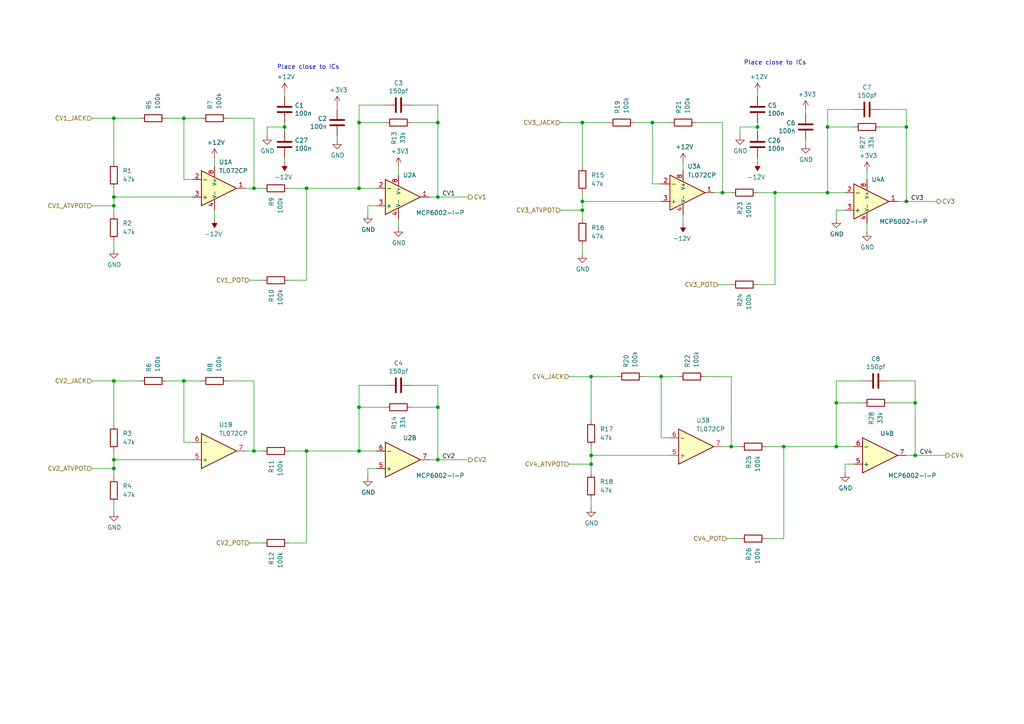
<source format=kicad_sch>
(kicad_sch (version 20231120) (generator "eeschema") (generator_version "8.0")
  (paper "A4")
  (title_block (title "Inputs") (date "2024-09-14") (rev "v0.1") (company "Sluisbrinkie"))
  (lib_symbols
    (symbol "Device:C" (pin_numbers hide) (pin_names (offset 0.254))
      (property "Reference" "C" (at 0.635 2.54 0))
      (property "Value" "C" (at 0.635 -2.54 0))
      (symbol "C_0_1"
        (polyline (pts (xy -2.032 -0.762) (xy 2.032 -0.762)) (stroke (width 0.508)))
        (polyline (pts (xy -2.032 0.762) (xy 2.032 0.762)) (stroke (width 0.508)))
      )
      (symbol "C_1_1"
        (pin passive line (at 0 3.81 270) (length 2.794) (name "~") (number "1"))
        (pin passive line (at 0 -3.81 90) (length 2.794) (name "~") (number "2"))
      )
    )
    (symbol "Device:R" (pin_numbers hide) (pin_names (offset 0))
      (property "Reference" "R" (at 2.032 0 90))
      (property "Value" "R" (at 0 0 90))
      (symbol "R_0_1"
        (rectangle (start -1.016 -2.54) (end 1.016 2.54) (stroke (width 0.254)))
      )
      (symbol "R_1_1"
        (pin passive line (at 0 3.81 270) (length 1.27) (name "~") (number "1"))
        (pin passive line (at 0 -3.81 90) (length 1.27) (name "~") (number "2"))
      )
    )
    (symbol "PCM_Amplifier_Operational_AKL:MCP6002-I-SN" (pin_names (offset 0.2))
      (property "Reference" "U" (at 1.27 6.35 0))
      (property "Value" "MCP6002-I-SN" (at 1.27 3.81 0))
      (symbol "MCP6002-I-SN_0_1"
        (polyline (pts (xy -3.81 5.08) (xy -3.81 -5.08) (xy 6.35 0) (xy -3.81 5.08)) (stroke (width 0.254)) (fill (type background)))
      )
      (symbol "MCP6002-I-SN_1_1"
        (pin output line (at 8.89 0 180) (length 2.54) (name "~") (number "1"))
        (pin input line (at -6.35 2.54 0) (length 2.54) (name "-") (number "2"))
        (pin input line (at -6.35 -2.54 0) (length 2.54) (name "+") (number "3"))
        (pin power_in line (at 0 -6.35 90) (length 3.18) (name "V-") (number "4"))
        (pin power_in line (at 0 6.35 270) (length 3.18) (name "V+") (number "8"))
      )
      (symbol "MCP6002-I-SN_2_1"
        (pin input line (at -6.35 -2.54 0) (length 2.54) (name "+") (number "5"))
        (pin input line (at -6.35 2.54 0) (length 2.54) (name "-") (number "6"))
        (pin output line (at 8.89 0 180) (length 2.54) (name "~") (number "7"))
      )
    )
    (symbol "PCM_Amplifier_Operational_AKL:TL072CD" (pin_names (offset 0.2))
      (property "Reference" "U" (at 1.27 7.62 0))
      (property "Value" "TL072CD" (at 1.27 5.08 0))
      (symbol "TL072CD_0_1"
        (polyline (pts (xy -3.81 5.08) (xy -3.81 -5.08) (xy 6.35 0) (xy -3.81 5.08)) (stroke (width 0.254)) (fill (type background)))
      )
      (symbol "TL072CD_1_1"
        (pin output line (at 8.89 0 180) (length 2.54) (name "~") (number "1"))
        (pin input line (at -6.35 2.54 0) (length 2.54) (name "-") (number "2"))
        (pin input line (at -6.35 -2.54 0) (length 2.54) (name "+") (number "3"))
        (pin power_in line (at 0 -6.35 90) (length 3.18) (name "V-") (number "4"))
        (pin power_in line (at 0 6.35 270) (length 3.18) (name "V+") (number "8"))
      )
      (symbol "TL072CD_2_1"
        (pin input line (at -6.35 -2.54 0) (length 2.54) (name "+") (number "5"))
        (pin input line (at -6.35 2.54 0) (length 2.54) (name "-") (number "6"))
        (pin output line (at 8.89 0 180) (length 2.54) (name "~") (number "7"))
      )
    )
    (symbol "power:+12V" (power) (pin_numbers hide) (pin_names (offset 0) hide)
      (property "Value" "+12V" (at 0 3.556 0))
      (symbol "+12V_0_1"
        (polyline (pts (xy -0.762 1.27) (xy 0 2.54)))
        (polyline (pts (xy 0 0) (xy 0 2.54)))
        (polyline (pts (xy 0 2.54) (xy 0.762 1.27)))
      )
      (symbol "+12V_1_1"
        (pin power_in line (at 0 0 90) (length 0) (name "~") (number "1"))
      )
    )
    (symbol "power:+3V3" (power) (pin_numbers hide) (pin_names (offset 0) hide)
      (property "Value" "+3V3" (at 0 3.556 0))
      (symbol "+3V3_0_1"
        (polyline (pts (xy -0.762 1.27) (xy 0 2.54)))
        (polyline (pts (xy 0 0) (xy 0 2.54)))
        (polyline (pts (xy 0 2.54) (xy 0.762 1.27)))
      )
      (symbol "+3V3_1_1"
        (pin power_in line (at 0 0 90) (length 0) (name "~") (number "1"))
      )
    )
    (symbol "power:-12V" (power) (pin_numbers hide) (pin_names (offset 0) hide)
      (property "Value" "-12V" (at 0 3.556 0))
      (symbol "-12V_0_0"
        (pin power_in line (at 0 0 90) (length 0) (name "~") (number "1"))
      )
      (symbol "-12V_0_1"
        (polyline (pts (xy 0 0) (xy 0 1.27) (xy 0.762 1.27) (xy 0 2.54) (xy -0.762 1.27) (xy 0 1.27)) (fill (type outline)))
      )
    )
    (symbol "power:GND" (power) (pin_numbers hide) (pin_names (offset 0) hide)
      (property "Value" "GND" (at 0 -3.81 0))
      (symbol "GND_0_1"
        (polyline (pts (xy 0 0) (xy 0 -1.27) (xy 1.27 -1.27) (xy 0 -2.54) (xy -1.27 -1.27) (xy 0 -1.27)))
      )
      (symbol "GND_1_1"
        (pin power_in line (at 0 0 270) (length 0) (name "~") (number "1"))
      )
    )
  )
  (junction (at 265.43 132.08))
  (junction (at 127 35.56))
  (junction (at 88.9 54.61))
  (junction (at 33.02 110.49))
  (junction (at 168.91 60.96))
  (junction (at 191.77 109.22))
  (junction (at 73.66 54.61))
  (junction (at 127 57.15))
  (junction (at 242.57 116.84))
  (junction (at 53.34 110.49))
  (junction (at 171.45 134.62))
  (junction (at 168.91 35.56))
  (junction (at 189.23 35.56))
  (junction (at 33.02 59.69))
  (junction (at 240.03 36.83))
  (junction (at 33.02 34.29))
  (junction (at 104.14 35.56))
  (junction (at 171.45 132.08))
  (junction (at 127 118.11))
  (junction (at 127 133.35))
  (junction (at 209.55 55.88))
  (junction (at 242.57 129.54))
  (junction (at 224.79 55.88))
  (junction (at 219.71 36.83))
  (junction (at 262.89 58.42))
  (junction (at 262.89 36.83))
  (junction (at 212.09 129.54))
  (junction (at 171.45 109.22))
  (junction (at 88.9 130.81))
  (junction (at 265.43 116.84))
  (junction (at 33.02 57.15))
  (junction (at 104.14 118.11))
  (junction (at 33.02 133.35))
  (junction (at 73.66 130.81))
  (junction (at 53.34 34.29))
  (junction (at 240.03 55.88))
  (junction (at 82.55 36.83))
  (junction (at 104.14 54.61))
  (junction (at 227.33 129.54))
  (junction (at 33.02 135.89))
  (junction (at 104.14 130.81))
  (junction (at 168.91 58.42))
  (wire (pts (xy 251.46 64.77) (xy 251.46 67.31)))
  (wire (pts (xy 104.14 35.56) (xy 104.14 54.61)))
  (wire (pts (xy 119.38 111.76) (xy 127 111.76)))
  (wire (pts (xy 104.14 54.61) (xy 109.22 54.61)))
  (wire (pts (xy 260.35 58.42) (xy 262.89 58.42)))
  (wire (pts (xy 209.55 129.54) (xy 212.09 129.54)))
  (wire (pts (xy 250.19 110.49) (xy 242.57 110.49)))
  (wire (pts (xy 53.34 34.29) (xy 58.42 34.29)))
  (wire (pts (xy 53.34 52.07) (xy 53.34 34.29)))
  (wire (pts (xy 104.14 30.48) (xy 104.14 35.56)))
  (wire (pts (xy 66.04 34.29) (xy 73.66 34.29)))
  (wire (pts (xy 251.46 49.53) (xy 251.46 52.07)))
  (wire (pts (xy 257.81 110.49) (xy 265.43 110.49)))
  (wire (pts (xy 245.11 134.62) (xy 247.65 134.62)))
  (wire (pts (xy 71.12 130.81) (xy 73.66 130.81)))
  (wire (pts (xy 242.57 60.96) (xy 245.11 60.96)))
  (wire (pts (xy 82.55 45.72) (xy 82.55 46.99)))
  (wire (pts (xy 233.68 33.02) (xy 233.68 31.75)))
  (wire (pts (xy 233.68 40.64) (xy 233.68 41.91)))
  (wire (pts (xy 171.45 132.08) (xy 194.31 132.08)))
  (wire (pts (xy 77.47 36.83) (xy 77.47 39.37)))
  (wire (pts (xy 165.1 134.62) (xy 171.45 134.62)))
  (wire (pts (xy 265.43 116.84) (xy 265.43 132.08)))
  (wire (pts (xy 204.47 109.22) (xy 212.09 109.22)))
  (wire (pts (xy 83.82 81.28) (xy 88.9 81.28)))
  (wire (pts (xy 201.93 35.56) (xy 209.55 35.56)))
  (wire (pts (xy 115.57 48.26) (xy 115.57 50.8)))
  (wire (pts (xy 171.45 144.78) (xy 171.45 147.32)))
  (wire (pts (xy 88.9 130.81) (xy 104.14 130.81)))
  (wire (pts (xy 127 57.15) (xy 135.89 57.15)))
  (wire (pts (xy 55.88 128.27) (xy 53.34 128.27)))
  (wire (pts (xy 219.71 36.83) (xy 219.71 38.1)))
  (wire (pts (xy 33.02 46.99) (xy 33.02 34.29)))
  (wire (pts (xy 242.57 110.49) (xy 242.57 116.84)))
  (wire (pts (xy 262.89 36.83) (xy 262.89 58.42)))
  (wire (pts (xy 186.69 109.22) (xy 191.77 109.22)))
  (wire (pts (xy 33.02 34.29) (xy 40.64 34.29)))
  (wire (pts (xy 127 35.56) (xy 127 30.48)))
  (wire (pts (xy 198.12 46.99) (xy 198.12 49.53)))
  (wire (pts (xy 106.68 138.43) (xy 106.68 135.89)))
  (wire (pts (xy 219.71 26.67) (xy 219.71 27.94)))
  (wire (pts (xy 62.23 60.96) (xy 62.23 63.5)))
  (wire (pts (xy 224.79 55.88) (xy 240.03 55.88)))
  (wire (pts (xy 71.12 54.61) (xy 73.66 54.61)))
  (wire (pts (xy 227.33 129.54) (xy 242.57 129.54)))
  (wire (pts (xy 165.1 109.22) (xy 171.45 109.22)))
  (wire (pts (xy 88.9 81.28) (xy 88.9 54.61)))
  (wire (pts (xy 168.91 48.26) (xy 168.91 35.56)))
  (wire (pts (xy 106.68 62.23) (xy 106.68 59.69)))
  (wire (pts (xy 77.47 36.83) (xy 82.55 36.83)))
  (wire (pts (xy 33.02 54.61) (xy 33.02 57.15)))
  (wire (pts (xy 171.45 109.22) (xy 179.07 109.22)))
  (wire (pts (xy 224.79 82.55) (xy 224.79 55.88)))
  (wire (pts (xy 33.02 59.69) (xy 33.02 62.23)))
  (wire (pts (xy 191.77 127) (xy 191.77 109.22)))
  (wire (pts (xy 214.63 36.83) (xy 219.71 36.83)))
  (wire (pts (xy 219.71 82.55) (xy 224.79 82.55)))
  (wire (pts (xy 26.67 59.69) (xy 33.02 59.69)))
  (wire (pts (xy 242.57 63.5) (xy 242.57 60.96)))
  (wire (pts (xy 82.55 26.67) (xy 82.55 27.94)))
  (wire (pts (xy 33.02 69.85) (xy 33.02 72.39)))
  (wire (pts (xy 124.46 133.35) (xy 127 133.35)))
  (wire (pts (xy 62.23 45.72) (xy 62.23 48.26)))
  (wire (pts (xy 207.01 55.88) (xy 209.55 55.88)))
  (wire (pts (xy 55.88 52.07) (xy 53.34 52.07)))
  (wire (pts (xy 88.9 54.61) (xy 104.14 54.61)))
  (wire (pts (xy 111.76 30.48) (xy 104.14 30.48)))
  (wire (pts (xy 26.67 110.49) (xy 33.02 110.49)))
  (wire (pts (xy 97.79 31.75) (xy 97.79 30.48)))
  (wire (pts (xy 104.14 118.11) (xy 104.14 130.81)))
  (wire (pts (xy 247.65 31.75) (xy 240.03 31.75)))
  (wire (pts (xy 106.68 59.69) (xy 109.22 59.69)))
  (wire (pts (xy 115.57 63.5) (xy 115.57 66.04)))
  (wire (pts (xy 168.91 71.12) (xy 168.91 73.66)))
  (wire (pts (xy 255.27 31.75) (xy 262.89 31.75)))
  (wire (pts (xy 72.39 81.28) (xy 76.2 81.28)))
  (wire (pts (xy 168.91 55.88) (xy 168.91 58.42)))
  (wire (pts (xy 240.03 36.83) (xy 240.03 55.88)))
  (wire (pts (xy 194.31 127) (xy 191.77 127)))
  (wire (pts (xy 209.55 55.88) (xy 209.55 35.56)))
  (wire (pts (xy 210.82 156.21) (xy 214.63 156.21)))
  (wire (pts (xy 222.25 129.54) (xy 227.33 129.54)))
  (wire (pts (xy 191.77 53.34) (xy 189.23 53.34)))
  (wire (pts (xy 33.02 130.81) (xy 33.02 133.35)))
  (wire (pts (xy 26.67 34.29) (xy 33.02 34.29)))
  (wire (pts (xy 73.66 130.81) (xy 76.2 130.81)))
  (wire (pts (xy 104.14 111.76) (xy 104.14 118.11)))
  (wire (pts (xy 171.45 134.62) (xy 171.45 137.16)))
  (wire (pts (xy 48.26 110.49) (xy 53.34 110.49)))
  (wire (pts (xy 127 35.56) (xy 127 57.15)))
  (wire (pts (xy 33.02 133.35) (xy 55.88 133.35)))
  (wire (pts (xy 53.34 110.49) (xy 58.42 110.49)))
  (wire (pts (xy 104.14 130.81) (xy 109.22 130.81)))
  (wire (pts (xy 240.03 55.88) (xy 245.11 55.88)))
  (wire (pts (xy 262.89 36.83) (xy 255.27 36.83)))
  (wire (pts (xy 33.02 57.15) (xy 33.02 59.69)))
  (wire (pts (xy 82.55 35.56) (xy 82.55 36.83)))
  (wire (pts (xy 168.91 58.42) (xy 191.77 58.42)))
  (wire (pts (xy 171.45 129.54) (xy 171.45 132.08)))
  (wire (pts (xy 191.77 109.22) (xy 196.85 109.22)))
  (wire (pts (xy 171.45 121.92) (xy 171.45 109.22)))
  (wire (pts (xy 184.15 35.56) (xy 189.23 35.56)))
  (wire (pts (xy 83.82 157.48) (xy 88.9 157.48)))
  (wire (pts (xy 66.04 110.49) (xy 73.66 110.49)))
  (wire (pts (xy 127 35.56) (xy 119.38 35.56)))
  (wire (pts (xy 198.12 62.23) (xy 198.12 64.77)))
  (wire (pts (xy 33.02 110.49) (xy 40.64 110.49)))
  (wire (pts (xy 83.82 54.61) (xy 88.9 54.61)))
  (wire (pts (xy 245.11 137.16) (xy 245.11 134.62)))
  (wire (pts (xy 208.28 82.55) (xy 212.09 82.55)))
  (wire (pts (xy 242.57 116.84) (xy 242.57 129.54)))
  (wire (pts (xy 73.66 130.81) (xy 73.66 110.49)))
  (wire (pts (xy 53.34 128.27) (xy 53.34 110.49)))
  (wire (pts (xy 162.56 35.56) (xy 168.91 35.56)))
  (wire (pts (xy 219.71 55.88) (xy 224.79 55.88)))
  (wire (pts (xy 262.89 36.83) (xy 262.89 31.75)))
  (wire (pts (xy 262.89 132.08) (xy 265.43 132.08)))
  (wire (pts (xy 227.33 156.21) (xy 227.33 129.54)))
  (wire (pts (xy 48.26 34.29) (xy 53.34 34.29)))
  (wire (pts (xy 83.82 130.81) (xy 88.9 130.81)))
  (wire (pts (xy 168.91 60.96) (xy 168.91 63.5)))
  (wire (pts (xy 88.9 157.48) (xy 88.9 130.81)))
  (wire (pts (xy 127 133.35) (xy 135.89 133.35)))
  (wire (pts (xy 73.66 54.61) (xy 76.2 54.61)))
  (wire (pts (xy 171.45 132.08) (xy 171.45 134.62)))
  (wire (pts (xy 127 118.11) (xy 127 111.76)))
  (wire (pts (xy 168.91 58.42) (xy 168.91 60.96)))
  (wire (pts (xy 73.66 54.61) (xy 73.66 34.29)))
  (wire (pts (xy 265.43 132.08) (xy 274.32 132.08)))
  (wire (pts (xy 111.76 118.11) (xy 104.14 118.11)))
  (wire (pts (xy 127 118.11) (xy 119.38 118.11)))
  (wire (pts (xy 82.55 36.83) (xy 82.55 38.1)))
  (wire (pts (xy 33.02 133.35) (xy 33.02 135.89)))
  (wire (pts (xy 124.46 57.15) (xy 127 57.15)))
  (wire (pts (xy 262.89 58.42) (xy 271.78 58.42)))
  (wire (pts (xy 212.09 129.54) (xy 212.09 109.22)))
  (wire (pts (xy 265.43 116.84) (xy 265.43 110.49)))
  (wire (pts (xy 247.65 36.83) (xy 240.03 36.83)))
  (wire (pts (xy 33.02 57.15) (xy 55.88 57.15)))
  (wire (pts (xy 212.09 129.54) (xy 214.63 129.54)))
  (wire (pts (xy 240.03 31.75) (xy 240.03 36.83)))
  (wire (pts (xy 106.68 135.89) (xy 109.22 135.89)))
  (wire (pts (xy 33.02 146.05) (xy 33.02 148.59)))
  (wire (pts (xy 33.02 135.89) (xy 33.02 138.43)))
  (wire (pts (xy 162.56 60.96) (xy 168.91 60.96)))
  (wire (pts (xy 219.71 45.72) (xy 219.71 46.99)))
  (wire (pts (xy 33.02 123.19) (xy 33.02 110.49)))
  (wire (pts (xy 219.71 35.56) (xy 219.71 36.83)))
  (wire (pts (xy 72.39 157.48) (xy 76.2 157.48)))
  (wire (pts (xy 26.67 135.89) (xy 33.02 135.89)))
  (wire (pts (xy 168.91 35.56) (xy 176.53 35.56)))
  (wire (pts (xy 265.43 116.84) (xy 257.81 116.84)))
  (wire (pts (xy 209.55 55.88) (xy 212.09 55.88)))
  (wire (pts (xy 189.23 35.56) (xy 194.31 35.56)))
  (wire (pts (xy 111.76 111.76) (xy 104.14 111.76)))
  (wire (pts (xy 97.79 39.37) (xy 97.79 40.64)))
  (wire (pts (xy 214.63 39.37) (xy 214.63 36.83)))
  (wire (pts (xy 127 118.11) (xy 127 133.35)))
  (wire (pts (xy 250.19 116.84) (xy 242.57 116.84)))
  (wire (pts (xy 242.57 129.54) (xy 247.65 129.54)))
  (wire (pts (xy 119.38 30.48) (xy 127 30.48)))
  (wire (pts (xy 189.23 53.34) (xy 189.23 35.56)))
  (wire (pts (xy 111.76 35.56) (xy 104.14 35.56)))
  (wire (pts (xy 222.25 156.21) (xy 227.33 156.21)))
  (text "Place close to ICs\n" (at 89.408 19.558 0) (effects (font (size 1.27 1.27))))
  (text "Place close to ICs\n" (at 224.79 18.288 0) (effects (font (size 1.27 1.27))))
  (label "CV3" (at 264.16 58.42 0))
  (label "CV4" (at 266.7 132.08 0))
  (label "CV1" (at 128.27 57.15 0))
  (label "CV2" (at 128.27 133.35 0))
  (hierarchical_label "CV1_POT" (shape input) (at 72.39 81.28 180))
  (hierarchical_label "CV2_JACK" (shape input) (at 26.67 110.49 180))
  (hierarchical_label "CV3_ATVPOT" (shape input) (at 162.56 60.96 180))
  (hierarchical_label "CV4" (shape output) (at 274.32 132.08 0))
  (hierarchical_label "CV1_ATVPOT" (shape input) (at 26.67 59.69 180))
  (hierarchical_label "CV4_ATVPOT" (shape input) (at 165.1 134.62 180))
  (hierarchical_label "CV2_POT" (shape input) (at 72.39 157.48 180))
  (hierarchical_label "CV3" (shape output) (at 271.78 58.42 0))
  (hierarchical_label "CV3_POT" (shape input) (at 208.28 82.55 180))
  (hierarchical_label "CV3_JACK" (shape input) (at 162.56 35.56 180))
  (hierarchical_label "CV1" (shape output) (at 135.89 57.15 0))
  (hierarchical_label "CV2_ATVPOT" (shape input) (at 26.67 135.89 180))
  (hierarchical_label "CV1_JACK" (shape input) (at 26.67 34.29 180))
  (hierarchical_label "CV4_JACK" (shape input) (at 165.1 109.22 180))
  (hierarchical_label "CV2" (shape output) (at 135.89 133.35 0))
  (hierarchical_label "CV4_POT" (shape input) (at 210.82 156.21 180))
  (symbol (lib_id "power:+3V3") (at 251.46 49.53 0) (unit 1)
    (property "Reference" "#PWR047" (effects (hide yes)))
    (property "Value" "+3V3" (at 251.841 45.1358 0))
  )
  (symbol (lib_id "power:GND") (at 33.02 148.59 0) (unit 1)
    (property "Reference" "#PWR026" (effects (hide yes)))
    (property "Value" "GND" (at 33.147 152.9842 0))
  )
  (symbol (lib_id "power:+12V") (at 62.23 45.72 0) (unit 1)
    (property "Reference" "#PWR027" (effects (hide yes)))
    (property "Value" "+12V" (at 62.611 41.3258 0))
  )
  (symbol (lib_id "power:+3V3") (at 233.68 31.75 0) (unit 1)
    (property "Reference" "#PWR043" (effects (hide yes)))
    (property "Value" "+3V3" (at 234.061 27.3558 0))
  )
  (symbol (lib_id "PCM_Amplifier_Operational_AKL:TL072CD") (at 200.66 129.54 0) (unit 2)
    (property "Reference" "U3" (at 201.93 121.92 0) (effects (justify left)))
    (property "Value" "TL072CP" (at 201.93 124.46 0) (effects (justify left)))
    (property "Footprint" "Package_DIP:DIP-8_W7.62mm_Socket_LongPads" (effects (hide yes)))
    (property "Datasheet" "https://www.ti.com/lit/ds/symlink/tl072h.pdf?ts=1635057479364" (effects (hide yes)))
    (property "Description" "SO-8 Dual JFET Low Noise Operational Amplifier, 10mV Offset, 8nV/√Hz Noise, 1MHz GBW, Alternate KiCAD Library" (effects (hide yes)))
  )
  (symbol (lib_id "PCM_Amplifier_Operational_AKL:TL072CD") (at 62.23 130.81 0) (unit 2)
    (property "Reference" "U1" (at 63.5 123.19 0) (effects (justify left)))
    (property "Value" "TL072CP" (at 63.5 125.73 0) (effects (justify left)))
    (property "Footprint" "Package_DIP:DIP-8_W7.62mm_Socket_LongPads" (effects (hide yes)))
    (property "Datasheet" "https://www.ti.com/lit/ds/symlink/tl072h.pdf?ts=1635057479364" (effects (hide yes)))
    (property "Description" "SO-8 Dual JFET Low Noise Operational Amplifier, 10mV Offset, 8nV/√Hz Noise, 1MHz GBW, Alternate KiCAD Library" (effects (hide yes)))
  )
  (symbol (lib_id "Device:R") (at 198.12 35.56 90) (unit 1)
    (property "Reference" "R21" (at 196.8499 33.02 0) (effects (justify left)))
    (property "Value" "100k" (at 199.3899 33.02 0) (effects (justify left)))
    (property "Footprint" "Resistor_THT:R_Axial_DIN0207_L6.3mm_D2.5mm_P7.62mm_Horizontal" (effects (hide yes)))
    (property "Description" "Resistor" (effects (hide yes)))
  )
  (symbol (lib_id "power:+12V") (at 198.12 46.99 0) (unit 1)
    (property "Reference" "#PWR039" (effects (hide yes)))
    (property "Value" "+12V" (at 198.501 42.5958 0))
  )
  (symbol (lib_id "power:GND") (at 171.45 147.32 0) (unit 1)
    (property "Reference" "#PWR038" (effects (hide yes)))
    (property "Value" "GND" (at 171.577 151.7142 0))
  )
  (symbol (lib_id "Device:R") (at 182.88 109.22 90) (unit 1)
    (property "Reference" "R20" (at 181.6099 106.68 0) (effects (justify left)))
    (property "Value" "100k" (at 184.1499 106.68 0) (effects (justify left)))
    (property "Footprint" "Resistor_THT:R_Axial_DIN0207_L6.3mm_D2.5mm_P7.62mm_Horizontal" (effects (hide yes)))
    (property "Description" "Resistor" (effects (hide yes)))
  )
  (symbol (lib_id "PCM_Amplifier_Operational_AKL:TL072CD") (at 198.12 55.88 0) (unit 1)
    (property "Reference" "U3" (at 199.39 48.26 0) (effects (justify left)))
    (property "Value" "TL072CP" (at 199.39 50.8 0) (effects (justify left)))
    (property "Footprint" "Package_DIP:DIP-8_W7.62mm_Socket_LongPads" (effects (hide yes)))
    (property "Datasheet" "https://www.ti.com/lit/ds/symlink/tl072h.pdf?ts=1635057479364" (effects (hide yes)))
    (property "Description" "SO-8 Dual JFET Low Noise Operational Amplifier, 10mV Offset, 8nV/√Hz Noise, 1MHz GBW, Alternate KiCAD Library" (effects (hide yes)))
  )
  (symbol (lib_id "Device:R") (at 33.02 66.04 0) (unit 1)
    (property "Reference" "R2" (at 35.56 64.7699 0) (effects (justify left)))
    (property "Value" "47k" (at 35.56 67.3099 0) (effects (justify left)))
    (property "Footprint" "Resistor_THT:R_Axial_DIN0207_L6.3mm_D2.5mm_P7.62mm_Horizontal" (effects (hide yes)))
    (property "Description" "Resistor" (effects (hide yes)))
  )
  (symbol (lib_id "Device:R") (at 62.23 34.29 90) (unit 1)
    (property "Reference" "R7" (at 60.9599 31.75 0) (effects (justify left)))
    (property "Value" "100k" (at 63.4999 31.75 0) (effects (justify left)))
    (property "Footprint" "Resistor_THT:R_Axial_DIN0207_L6.3mm_D2.5mm_P7.62mm_Horizontal" (effects (hide yes)))
    (property "Description" "Resistor" (effects (hide yes)))
  )
  (symbol (lib_id "power:GND") (at 251.46 67.31 0) (unit 1)
    (property "Reference" "#PWR048" (effects (hide yes)))
    (property "Value" "GND" (at 251.587 71.7042 0))
  )
  (symbol (lib_id "power:+3V3") (at 97.79 30.48 0) (unit 1)
    (property "Reference" "#PWR031" (effects (hide yes)))
    (property "Value" "+3V3" (at 98.171 26.0858 0))
  )
  (symbol (lib_id "power:GND") (at 106.68 138.43 0) (unit 1)
    (property "Reference" "#PWR034" (effects (hide yes)))
    (property "Value" "GND" (at 106.807 142.8242 0))
  )
  (symbol (lib_id "power:-12V") (at 62.23 63.5 180) (unit 1)
    (property "Reference" "#PWR028" (effects (hide yes)))
    (property "Value" "-12V" (at 61.849 67.8942 0))
  )
  (symbol (lib_id "Device:C") (at 254 110.49 90) (unit 1)
    (property "Reference" "C8" (at 254 104.0892 90))
    (property "Value" "150pf" (at 254 106.4006 90))
    (property "Footprint" "Capacitor_THT:C_Disc_D3.4mm_W2.1mm_P2.50mm" (effects (hide yes)))
  )
  (symbol (lib_id "Device:R") (at 115.57 35.56 90) (mirror x) (unit 1)
    (property "Reference" "R13" (at 114.2999 38.1 0) (effects (justify left)))
    (property "Value" "33k" (at 116.8399 38.1 0) (effects (justify left)))
    (property "Footprint" "Resistor_THT:R_Axial_DIN0207_L6.3mm_D2.5mm_P7.62mm_Horizontal" (effects (hide yes)))
    (property "Description" "Resistor" (effects (hide yes)))
  )
  (symbol (lib_id "Device:R") (at 62.23 110.49 90) (unit 1)
    (property "Reference" "R8" (at 60.9599 107.95 0) (effects (justify left)))
    (property "Value" "100k" (at 63.4999 107.95 0) (effects (justify left)))
    (property "Footprint" "Resistor_THT:R_Axial_DIN0207_L6.3mm_D2.5mm_P7.62mm_Horizontal" (effects (hide yes)))
    (property "Description" "Resistor" (effects (hide yes)))
  )
  (symbol (lib_id "power:GND") (at 97.79 40.64 0) (unit 1)
    (property "Reference" "#PWR032" (effects (hide yes)))
    (property "Value" "GND" (at 97.917 45.0342 0))
  )
  (symbol (lib_id "PCM_Amplifier_Operational_AKL:MCP6002-I-SN") (at 115.57 57.15 0) (unit 1)
    (property "Reference" "U2" (at 116.84 50.8 0) (effects (justify left)))
    (property "Value" "MCP6002-I-P" (at 120.65 61.722 0) (effects (justify left)))
    (property "Footprint" "Package_DIP:DIP-8_W7.62mm_Socket_LongPads" (effects (hide yes)))
    (property "Datasheet" "https://www.tme.eu/Document/c98656c49a036767b89c9bb93e3dda4a/mcp6001_2_4.pdf" (effects (hide yes)))
    (property "Description" "SO-8 Dual CMOS RRIO Operational Amplifier, 4.5mV Offset, 2μV/°C Drift, 1MHz GBW, Alternate KiCAD Library" (effects (hide yes)))
  )
  (symbol (lib_id "power:+12V") (at 219.71 26.67 0) (unit 1)
    (property "Reference" "#PWR041" (effects (hide yes)))
    (property "Value" "+12V" (at 220.091 22.2758 0))
  )
  (symbol (lib_id "Device:R") (at 200.66 109.22 90) (unit 1)
    (property "Reference" "R22" (at 199.3899 106.68 0) (effects (justify left)))
    (property "Value" "100k" (at 201.9299 106.68 0) (effects (justify left)))
    (property "Footprint" "Resistor_THT:R_Axial_DIN0207_L6.3mm_D2.5mm_P7.62mm_Horizontal" (effects (hide yes)))
    (property "Description" "Resistor" (effects (hide yes)))
  )
  (symbol (lib_id "Device:R") (at 80.01 130.81 90) (mirror x) (unit 1)
    (property "Reference" "R11" (at 78.7399 133.35 0) (effects (justify left)))
    (property "Value" "100k" (at 81.2799 133.35 0) (effects (justify left)))
    (property "Footprint" "Resistor_THT:R_Axial_DIN0207_L6.3mm_D2.5mm_P7.62mm_Horizontal" (effects (hide yes)))
    (property "Description" "Resistor" (effects (hide yes)))
  )
  (symbol (lib_id "Device:R") (at 80.01 157.48 90) (mirror x) (unit 1)
    (property "Reference" "R12" (at 78.7399 160.02 0) (effects (justify left)))
    (property "Value" "100k" (at 81.2799 160.02 0) (effects (justify left)))
    (property "Footprint" "Resistor_THT:R_Axial_DIN0207_L6.3mm_D2.5mm_P7.62mm_Horizontal" (effects (hide yes)))
    (property "Description" "Resistor" (effects (hide yes)))
  )
  (symbol (lib_id "power:GND") (at 77.47 39.37 0) (unit 1)
    (property "Reference" "#PWR029" (effects (hide yes)))
    (property "Value" "GND" (at 77.597 43.7642 0))
  )
  (symbol (lib_id "Device:R") (at 33.02 127 0) (unit 1)
    (property "Reference" "R3" (at 35.56 125.7299 0) (effects (justify left)))
    (property "Value" "47k" (at 35.56 128.2699 0) (effects (justify left)))
    (property "Footprint" "Resistor_THT:R_Axial_DIN0207_L6.3mm_D2.5mm_P7.62mm_Horizontal" (effects (hide yes)))
    (property "Description" "Resistor" (effects (hide yes)))
  )
  (symbol (lib_id "power:GND") (at 214.63 39.37 0) (unit 1)
    (property "Reference" "#PWR021" (effects (hide yes)))
    (property "Value" "GND" (at 214.757 43.7642 0))
  )
  (symbol (lib_id "Device:R") (at 254 116.84 90) (mirror x) (unit 1)
    (property "Reference" "R28" (at 252.7299 119.38 0) (effects (justify left)))
    (property "Value" "33k" (at 255.2699 119.38 0) (effects (justify left)))
    (property "Footprint" "Resistor_THT:R_Axial_DIN0207_L6.3mm_D2.5mm_P7.62mm_Horizontal" (effects (hide yes)))
    (property "Description" "Resistor" (effects (hide yes)))
  )
  (symbol (lib_id "Device:R") (at 115.57 118.11 90) (mirror x) (unit 1)
    (property "Reference" "R14" (at 114.2999 120.65 0) (effects (justify left)))
    (property "Value" "33k" (at 116.8399 120.65 0) (effects (justify left)))
    (property "Footprint" "Resistor_THT:R_Axial_DIN0207_L6.3mm_D2.5mm_P7.62mm_Horizontal" (effects (hide yes)))
    (property "Description" "Resistor" (effects (hide yes)))
  )
  (symbol (lib_id "power:GND") (at 33.02 72.39 0) (unit 1)
    (property "Reference" "#PWR025" (effects (hide yes)))
    (property "Value" "GND" (at 33.147 76.7842 0))
  )
  (symbol (lib_id "power:-12V") (at 219.71 46.99 180) (unit 1)
    (property "Reference" "#PWR042" (effects (hide yes)))
    (property "Value" "-12V" (at 219.329 51.3842 0))
  )
  (symbol (lib_id "power:GND") (at 115.57 66.04 0) (unit 1)
    (property "Reference" "#PWR036" (effects (hide yes)))
    (property "Value" "GND" (at 115.697 70.4342 0))
  )
  (symbol (lib_id "Device:C") (at 219.71 41.91 0) (unit 1)
    (property "Reference" "C26" (at 222.631 40.7416 0) (effects (justify left)))
    (property "Value" "100n" (at 222.631 43.053 0) (effects (justify left)))
    (property "Footprint" "Capacitor_THT:C_Rect_L10.0mm_W4.0mm_P7.50mm_MKS4" (effects (hide yes)))
  )
  (symbol (lib_id "Device:R") (at 218.44 129.54 90) (mirror x) (unit 1)
    (property "Reference" "R25" (at 217.1699 132.08 0) (effects (justify left)))
    (property "Value" "100k" (at 219.7099 132.08 0) (effects (justify left)))
    (property "Footprint" "Resistor_THT:R_Axial_DIN0207_L6.3mm_D2.5mm_P7.62mm_Horizontal" (effects (hide yes)))
    (property "Description" "Resistor" (effects (hide yes)))
  )
  (symbol (lib_id "power:-12V") (at 198.12 64.77 180) (unit 1)
    (property "Reference" "#PWR040" (effects (hide yes)))
    (property "Value" "-12V" (at 197.739 69.1642 0))
  )
  (symbol (lib_id "Device:R") (at 80.01 54.61 90) (mirror x) (unit 1)
    (property "Reference" "R9" (at 78.7399 57.15 0) (effects (justify left)))
    (property "Value" "100k" (at 81.2799 57.15 0) (effects (justify left)))
    (property "Footprint" "Resistor_THT:R_Axial_DIN0207_L6.3mm_D2.5mm_P7.62mm_Horizontal" (effects (hide yes)))
    (property "Description" "Resistor" (effects (hide yes)))
  )
  (symbol (lib_id "power:GND") (at 168.91 73.66 0) (unit 1)
    (property "Reference" "#PWR037" (effects (hide yes)))
    (property "Value" "GND" (at 169.037 78.0542 0))
  )
  (symbol (lib_id "Device:R") (at 33.02 142.24 0) (unit 1)
    (property "Reference" "R4" (at 35.56 140.9699 0) (effects (justify left)))
    (property "Value" "47k" (at 35.56 143.5099 0) (effects (justify left)))
    (property "Footprint" "Resistor_THT:R_Axial_DIN0207_L6.3mm_D2.5mm_P7.62mm_Horizontal" (effects (hide yes)))
    (property "Description" "Resistor" (effects (hide yes)))
  )
  (symbol (lib_id "Device:R") (at 44.45 34.29 90) (unit 1)
    (property "Reference" "R5" (at 43.1799 31.75 0) (effects (justify left)))
    (property "Value" "100k" (at 45.7199 31.75 0) (effects (justify left)))
    (property "Footprint" "Resistor_THT:R_Axial_DIN0207_L6.3mm_D2.5mm_P7.62mm_Horizontal" (effects (hide yes)))
    (property "Description" "Resistor" (effects (hide yes)))
  )
  (symbol (lib_id "Device:R") (at 251.46 36.83 90) (mirror x) (unit 1)
    (property "Reference" "R27" (at 250.1899 39.37 0) (effects (justify left)))
    (property "Value" "33k" (at 252.7299 39.37 0) (effects (justify left)))
    (property "Footprint" "Resistor_THT:R_Axial_DIN0207_L6.3mm_D2.5mm_P7.62mm_Horizontal" (effects (hide yes)))
    (property "Description" "Resistor" (effects (hide yes)))
  )
  (symbol (lib_id "power:-12V") (at 82.55 46.99 180) (unit 1)
    (property "Reference" "#PWR094" (effects (hide yes)))
    (property "Value" "-12V" (at 82.169 51.3842 0))
  )
  (symbol (lib_id "Device:R") (at 44.45 110.49 90) (unit 1)
    (property "Reference" "R6" (at 43.1799 107.95 0) (effects (justify left)))
    (property "Value" "100k" (at 45.7199 107.95 0) (effects (justify left)))
    (property "Footprint" "Resistor_THT:R_Axial_DIN0207_L6.3mm_D2.5mm_P7.62mm_Horizontal" (effects (hide yes)))
    (property "Description" "Resistor" (effects (hide yes)))
  )
  (symbol (lib_id "Device:C") (at 233.68 36.83 0) (mirror y) (unit 1)
    (property "Reference" "C6" (at 230.759 35.6616 0) (effects (justify left)))
    (property "Value" "100n" (at 230.759 37.973 0) (effects (justify left)))
    (property "Footprint" "Capacitor_THT:C_Rect_L10.0mm_W4.0mm_P7.50mm_MKS4" (effects (hide yes)))
  )
  (symbol (lib_id "power:GND") (at 233.68 41.91 0) (unit 1)
    (property "Reference" "#PWR044" (effects (hide yes)))
    (property "Value" "GND" (at 233.807 46.3042 0))
  )
  (symbol (lib_id "PCM_Amplifier_Operational_AKL:TL072CD") (at 62.23 54.61 0) (unit 1)
    (property "Reference" "U1" (at 63.5 46.99 0) (effects (justify left)))
    (property "Value" "TL072CP" (at 63.5 49.53 0) (effects (justify left)))
    (property "Footprint" "Package_DIP:DIP-8_W7.62mm_Socket_LongPads" (effects (hide yes)))
    (property "Datasheet" "https://www.ti.com/lit/ds/symlink/tl072h.pdf?ts=1635057479364" (effects (hide yes)))
    (property "Description" "SO-8 Dual JFET Low Noise Operational Amplifier, 10mV Offset, 8nV/√Hz Noise, 1MHz GBW, Alternate KiCAD Library" (effects (hide yes)))
  )
  (symbol (lib_id "Device:R") (at 168.91 52.07 0) (unit 1)
    (property "Reference" "R15" (at 171.45 50.7999 0) (effects (justify left)))
    (property "Value" "47k" (at 171.45 53.3399 0) (effects (justify left)))
    (property "Footprint" "Resistor_THT:R_Axial_DIN0207_L6.3mm_D2.5mm_P7.62mm_Horizontal" (effects (hide yes)))
    (property "Description" "Resistor" (effects (hide yes)))
  )
  (symbol (lib_id "Device:R") (at 171.45 140.97 0) (unit 1)
    (property "Reference" "R18" (at 173.99 139.6999 0) (effects (justify left)))
    (property "Value" "47k" (at 173.99 142.2399 0) (effects (justify left)))
    (property "Footprint" "Resistor_THT:R_Axial_DIN0207_L6.3mm_D2.5mm_P7.62mm_Horizontal" (effects (hide yes)))
    (property "Description" "Resistor" (effects (hide yes)))
  )
  (symbol (lib_id "Device:C") (at 82.55 41.91 0) (unit 1)
    (property "Reference" "C27" (at 85.471 40.7416 0) (effects (justify left)))
    (property "Value" "100n" (at 85.471 43.053 0) (effects (justify left)))
    (property "Footprint" "Capacitor_THT:C_Rect_L10.0mm_W4.0mm_P7.50mm_MKS4" (effects (hide yes)))
  )
  (symbol (lib_id "Device:C") (at 115.57 30.48 90) (unit 1)
    (property "Reference" "C3" (at 115.57 24.0792 90))
    (property "Value" "150pf" (at 115.57 26.3906 90))
    (property "Footprint" "Capacitor_THT:C_Disc_D3.4mm_W2.1mm_P2.50mm" (effects (hide yes)))
  )
  (symbol (lib_id "Device:R") (at 215.9 82.55 90) (mirror x) (unit 1)
    (property "Reference" "R24" (at 214.6299 85.09 0) (effects (justify left)))
    (property "Value" "100k" (at 217.1699 85.09 0) (effects (justify left)))
    (property "Footprint" "Resistor_THT:R_Axial_DIN0207_L6.3mm_D2.5mm_P7.62mm_Horizontal" (effects (hide yes)))
    (property "Description" "Resistor" (effects (hide yes)))
  )
  (symbol (lib_id "Device:R") (at 180.34 35.56 90) (unit 1)
    (property "Reference" "R19" (at 179.0699 33.02 0) (effects (justify left)))
    (property "Value" "100k" (at 181.6099 33.02 0) (effects (justify left)))
    (property "Footprint" "Resistor_THT:R_Axial_DIN0207_L6.3mm_D2.5mm_P7.62mm_Horizontal" (effects (hide yes)))
    (property "Description" "Resistor" (effects (hide yes)))
  )
  (symbol (lib_id "Device:R") (at 33.02 50.8 0) (unit 1)
    (property "Reference" "R1" (at 35.56 49.5299 0) (effects (justify left)))
    (property "Value" "47k" (at 35.56 52.0699 0) (effects (justify left)))
    (property "Footprint" "Resistor_THT:R_Axial_DIN0207_L6.3mm_D2.5mm_P7.62mm_Horizontal" (effects (hide yes)))
    (property "Description" "Resistor" (effects (hide yes)))
  )
  (symbol (lib_id "power:+3V3") (at 115.57 48.26 0) (unit 1)
    (property "Reference" "#PWR035" (effects (hide yes)))
    (property "Value" "+3V3" (at 115.951 43.8658 0))
  )
  (symbol (lib_id "Device:R") (at 218.44 156.21 90) (mirror x) (unit 1)
    (property "Reference" "R26" (at 217.1699 158.75 0) (effects (justify left)))
    (property "Value" "100k" (at 219.7099 158.75 0) (effects (justify left)))
    (property "Footprint" "Resistor_THT:R_Axial_DIN0207_L6.3mm_D2.5mm_P7.62mm_Horizontal" (effects (hide yes)))
    (property "Description" "Resistor" (effects (hide yes)))
  )
  (symbol (lib_id "Device:C") (at 219.71 31.75 0) (unit 1)
    (property "Reference" "C5" (at 222.631 30.5816 0) (effects (justify left)))
    (property "Value" "100n" (at 222.631 32.893 0) (effects (justify left)))
    (property "Footprint" "Capacitor_THT:C_Rect_L10.0mm_W4.0mm_P7.50mm_MKS4" (effects (hide yes)))
  )
  (symbol (lib_id "Device:R") (at 171.45 125.73 0) (unit 1)
    (property "Reference" "R17" (at 173.99 124.4599 0) (effects (justify left)))
    (property "Value" "47k" (at 173.99 126.9999 0) (effects (justify left)))
    (property "Footprint" "Resistor_THT:R_Axial_DIN0207_L6.3mm_D2.5mm_P7.62mm_Horizontal" (effects (hide yes)))
    (property "Description" "Resistor" (effects (hide yes)))
  )
  (symbol (lib_id "PCM_Amplifier_Operational_AKL:MCP6002-I-SN") (at 251.46 58.42 0) (unit 1)
    (property "Reference" "U4" (at 252.73 52.07 0) (effects (justify left)))
    (property "Value" "MCP6002-I-P" (at 255.016 64.262 0) (effects (justify left)))
    (property "Footprint" "Package_DIP:DIP-8_W7.62mm_Socket_LongPads" (effects (hide yes)))
    (property "Datasheet" "https://www.tme.eu/Document/c98656c49a036767b89c9bb93e3dda4a/mcp6001_2_4.pdf" (effects (hide yes)))
    (property "Description" "SO-8 Dual CMOS RRIO Operational Amplifier, 4.5mV Offset, 2μV/°C Drift, 1MHz GBW, Alternate KiCAD Library" (effects (hide yes)))
  )
  (symbol (lib_id "Device:C") (at 97.79 35.56 0) (mirror y) (unit 1)
    (property "Reference" "C2" (at 94.869 34.3916 0) (effects (justify left)))
    (property "Value" "100n" (at 94.869 36.703 0) (effects (justify left)))
    (property "Footprint" "Capacitor_THT:C_Rect_L10.0mm_W4.0mm_P7.50mm_MKS4" (effects (hide yes)))
  )
  (symbol (lib_id "PCM_Amplifier_Operational_AKL:MCP6002-I-SN") (at 115.57 133.35 0) (unit 2)
    (property "Reference" "U2" (at 116.84 127 0) (effects (justify left)))
    (property "Value" "MCP6002-I-P" (at 120.65 137.922 0) (effects (justify left)))
    (property "Footprint" "Package_DIP:DIP-8_W7.62mm_Socket_LongPads" (effects (hide yes)))
    (property "Datasheet" "https://www.tme.eu/Document/c98656c49a036767b89c9bb93e3dda4a/mcp6001_2_4.pdf" (effects (hide yes)))
    (property "Description" "SO-8 Dual CMOS RRIO Operational Amplifier, 4.5mV Offset, 2μV/°C Drift, 1MHz GBW, Alternate KiCAD Library" (effects (hide yes)))
  )
  (symbol (lib_id "Device:C") (at 251.46 31.75 90) (unit 1)
    (property "Reference" "C7" (at 251.46 25.3492 90))
    (property "Value" "150pf" (at 251.46 27.6606 90))
    (property "Footprint" "Capacitor_THT:C_Disc_D3.4mm_W2.1mm_P2.50mm" (effects (hide yes)))
  )
  (symbol (lib_id "power:GND") (at 106.68 62.23 0) (unit 1)
    (property "Reference" "#PWR033" (effects (hide yes)))
    (property "Value" "GND" (at 106.807 66.6242 0))
  )
  (symbol (lib_id "Device:C") (at 82.55 31.75 0) (unit 1)
    (property "Reference" "C1" (at 85.471 30.5816 0) (effects (justify left)))
    (property "Value" "100n" (at 85.471 32.893 0) (effects (justify left)))
    (property "Footprint" "Capacitor_THT:C_Rect_L10.0mm_W4.0mm_P7.50mm_MKS4" (effects (hide yes)))
  )
  (symbol (lib_id "Device:R") (at 215.9 55.88 90) (mirror x) (unit 1)
    (property "Reference" "R23" (at 214.6299 58.42 0) (effects (justify left)))
    (property "Value" "100k" (at 217.1699 58.42 0) (effects (justify left)))
    (property "Footprint" "Resistor_THT:R_Axial_DIN0207_L6.3mm_D2.5mm_P7.62mm_Horizontal" (effects (hide yes)))
    (property "Description" "Resistor" (effects (hide yes)))
  )
  (symbol (lib_id "Device:R") (at 168.91 67.31 0) (unit 1)
    (property "Reference" "R16" (at 171.45 66.0399 0) (effects (justify left)))
    (property "Value" "47k" (at 171.45 68.5799 0) (effects (justify left)))
    (property "Footprint" "Resistor_THT:R_Axial_DIN0207_L6.3mm_D2.5mm_P7.62mm_Horizontal" (effects (hide yes)))
    (property "Description" "Resistor" (effects (hide yes)))
  )
  (symbol (lib_id "Device:C") (at 115.57 111.76 90) (unit 1)
    (property "Reference" "C4" (at 115.57 105.3592 90))
    (property "Value" "150pf" (at 115.57 107.6706 90))
    (property "Footprint" "Capacitor_THT:C_Disc_D3.4mm_W2.1mm_P2.50mm" (effects (hide yes)))
  )
  (symbol (lib_id "PCM_Amplifier_Operational_AKL:MCP6002-I-SN") (at 254 132.08 0) (unit 2)
    (property "Reference" "U4" (at 255.27 125.73 0) (effects (justify left)))
    (property "Value" "MCP6002-I-P" (at 257.556 137.922 0) (effects (justify left)))
    (property "Footprint" "Package_DIP:DIP-8_W7.62mm_Socket_LongPads" (effects (hide yes)))
    (property "Datasheet" "https://www.tme.eu/Document/c98656c49a036767b89c9bb93e3dda4a/mcp6001_2_4.pdf" (effects (hide yes)))
    (property "Description" "SO-8 Dual CMOS RRIO Operational Amplifier, 4.5mV Offset, 2μV/°C Drift, 1MHz GBW, Alternate KiCAD Library" (effects (hide yes)))
  )
  (symbol (lib_id "power:+12V") (at 82.55 26.67 0) (unit 1)
    (property "Reference" "#PWR030" (effects (hide yes)))
    (property "Value" "+12V" (at 82.931 22.2758 0))
  )
  (symbol (lib_id "power:GND") (at 242.57 63.5 0) (unit 1)
    (property "Reference" "#PWR045" (effects (hide yes)))
    (property "Value" "GND" (at 242.697 67.8942 0))
  )
  (symbol (lib_id "Device:R") (at 80.01 81.28 90) (mirror x) (unit 1)
    (property "Reference" "R10" (at 78.7399 83.82 0) (effects (justify left)))
    (property "Value" "100k" (at 81.2799 83.82 0) (effects (justify left)))
    (property "Footprint" "Resistor_THT:R_Axial_DIN0207_L6.3mm_D2.5mm_P7.62mm_Horizontal" (effects (hide yes)))
    (property "Description" "Resistor" (effects (hide yes)))
  )
  (symbol (lib_id "power:GND") (at 245.11 137.16 0) (unit 1)
    (property "Reference" "#PWR046" (effects (hide yes)))
    (property "Value" "GND" (at 245.237 141.5542 0))
  )
)
</source>
